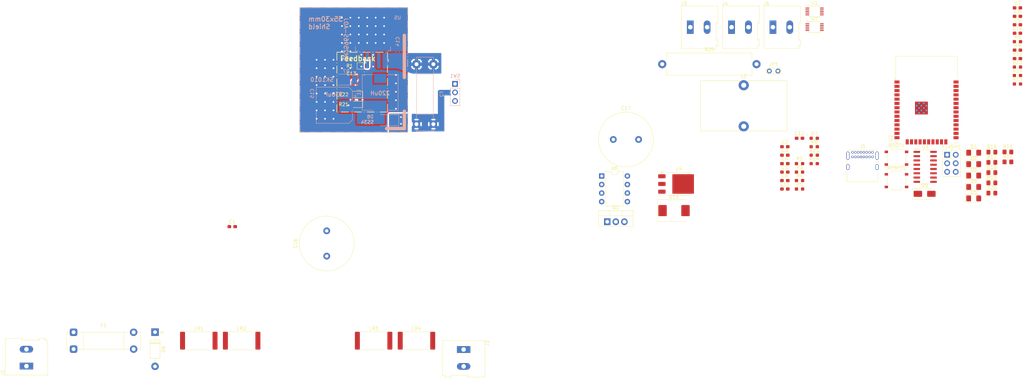
<source format=kicad_pcb>
(kicad_pcb (version 20241229) (generator "pcbnew") (generator_version "9.0")
  (layers (0 "F.Cu" signal) (4 "In1.Cu" signal) (6 "In2.Cu" signal) (2 "B.Cu" signal) (13 "F.Paste" user) (15 "B.Paste" user) (5 "F.SilkS" user "F.Silkscreen") (7 "B.SilkS" user "B.Silkscreen") (1 "F.Mask" user) (3 "B.Mask" user) (25 "Edge.Cuts" user))
  (net 0 "")
  (net 1 "BOOT")
  (net 2 "GND")
  (net 3 "Vin")
  (net 4 "VinterA")
  (net 5 "Vaux")
  (net 6 "VinterB")
  (net 7 "Vout")
  (net 8 "Net-(J5-SHIELD)")
  (net 9 "Net-(U3-V3)")
  (net 10 "+5V")
  (net 11 "+3V3")
  (net 12 "Net-(U5-FB)")
  (net 13 "Net-(D8-A)")
  (net 14 "Net-(U5-VIN)")
  (net 15 "Net-(D10-A)")
  (net 16 "Net-(D1-A)")
  (net 17 "Net-(D2-A)")
  (net 18 "Net-(D3-A)")
  (net 19 "Net-(D4-A)")
  (net 20 "Net-(D5-A)")
  (net 21 "Net-(D7-K)")
  (net 22 "Net-(D9-A)")
  (net 23 "Net-(D10-K)")
  (net 24 "Net-(SW1-B)")
  (net 25 "Rx")
  (net 26 "RST")
  (net 27 "Tx")
  (net 28 "Net-(J3-Pin_2)")
  (net 29 "Net-(J3-Pin_1)")
  (net 30 "D-")
  (net 31 "D+")
  (net 32 "Net-(J5-CC2)")
  (net 33 "Net-(J5-CC1)")
  (net 36 "FETSupply")
  (net 37 "Net-(LR1-Pad2)")
  (net 38 "Net-(LR3-Pad2)")
  (net 39 "IdiffA")
  (net 40 "IdiffB")
  (net 41 "VoltIn")
  (net 42 "OdiffA")
  (net 43 "OdiffB")
  (net 44 "VoltOut")
  (net 45 "Beat")
  (net 46 "Fault")
  (net 47 "Charging")
  (net 48 "MPPT")
  (net 49 "Net-(R23-Pad1)")
  (net 51 "SCL")
  (net 53 "SDA")
  (net 57 "PWM")
  (net 76 "Sx")
  (net 90 "Net-(J1-Pin_2)")
  (footprint "Capacitor_SMD:C_0603_1608Metric_Pad1.08x0.95mm_HandSolder" (layer "F.Cu") (at 257.75 69.325)
    (property "Reference" "C6")
    (property "Value" "0.1u")
  )
  (footprint "Capacitor_THT:C_Radial_D16.0mm_H25.0mm_P7.50mm" (layer "F.Cu") (at 122 91.75 90)
    (property "Reference" "C16")
    (property "Value" "470u")
  )
  (footprint "Diode_SMD:D_SMC" (layer "F.Cu") (at 224.905 78.235)
    (property "Reference" "D10")
    (property "Value" "SK1010")
  )
  (footprint "TerminalBlock:TerminalBlock_Altech_AK300-2_P5.00mm" (layer "F.Cu") (at 229.72 23.825)
    (property "Reference" "J3")
    (property "Value" "Conn_01x02_Pin")
  )
  (footprint "Resistor_SMD:R_0603_1608Metric_Pad0.98x0.95mm_HandSolder" (layer "F.Cu") (at 262.1 71.835)
    (property "Reference" "R5")
    (property "Value" "50R")
  )
  (footprint "LED_SMD:LED_0805_2012Metric_Pad1.15x1.40mm_HandSolder" (layer "F.Cu") (at 130.81 43.815 180)
    (property "Reference" "R22")
    (property "Value" "R")
  )
  (footprint "LED_SMD:LED_1206_3216Metric_Pad1.42x1.75mm_HandSolder" (layer "F.Cu") (at 313.705 64.455)
    (property "Reference" "D2")
    (property "Value" "LED")
  )
  (footprint "RF_Module:ESP32-WROOM-32D" (layer "F.Cu") (at 299.72 48.345)
    (property "Reference" "U2")
    (property "Value" "ESP32-WROOM-32D")
  )
  (footprint "Capacitor_SMD:C_0603_1608Metric_Pad1.08x0.95mm_HandSolder" (layer "F.Cu") (at 262.1 56.775)
    (property "Reference" "C12")
    (property "Value" "0.1u")
  )
  (footprint "TerminalBlock:TerminalBlock_Altech_AK300-2_P5.00mm" (layer "F.Cu") (at 162.56 119.46 -90)
    (property "Reference" "J2")
    (property "Value" "Conn_01x02_Pin")
  )
  (footprint "Capacitor_SMD:C_0603_1608Metric_Pad1.08x0.95mm_HandSolder" (layer "F.Cu") (at 326.67 25.615)
    (property "Reference" "C10")
    (property "Value" "0.1u")
  )
  (footprint "Resistor_SMD:R_0603_1608Metric_Pad0.98x0.95mm_HandSolder" (layer "F.Cu") (at 326.67 35.655)
    (property "Reference" "R13")
    (property "Value" "1k")
  )
  (footprint "Resistor_SMD:R_0603_1608Metric_Pad0.98x0.95mm_HandSolder" (layer "F.Cu") (at 262.1 69.325)
    (property "Reference" "R4")
    (property "Value" "50R")
  )
  (footprint "Package_TO_SOT_SMD:TO-252-3_TabPin2" (layer "F.Cu") (at 226.35 70.34)
    (property "Reference" "U4")
    (property "Value" "LM1117DT-3.3")
  )
  (footprint "LED_SMD:LED_1206_3216Metric_Pad1.42x1.75mm_HandSolder" (layer "F.Cu") (at 313.705 61.065)
    (property "Reference" "D1")
    (property "Value" "LED")
  )
  (footprint "Inductor_THT:L_Toroid_Vertical_L25.4mm_W14.7mm_P12.20mm_Vishay_TJ5_BigPads" (layer "F.Cu") (at 245.56 41.045)
    (property "Reference" "L2")
    (property "Value" "100uH")
  )
  (footprint "LED_SMD:LED_0805_2012Metric_Pad1.15x1.40mm_HandSolder" (layer "F.Cu") (at 319.095 70.01)
    (property "Reference" "R19")
    (property "Value" "220R")
  )
  (footprint "Capacitor_SMD:C_0603_1608Metric_Pad1.08x0.95mm_HandSolder" (layer "F.Cu") (at 326.67 18.085)
    (property "Reference" "C7")
    (property "Value" "C")
  )
  (footprint "Button_Switch_SMD:SW_Push_1P1T_XKB_TS-1187A" (layer "F.Cu") (at 290.82 69.345)
    (property "Reference" "RESET1")
    (property "Value" "SW_Push")
  )
  (footprint "LED_SMD:LED_0805_2012Metric_Pad1.15x1.40mm_HandSolder" (layer "F.Cu") (at 319.095 66.97)
    (property "Reference" "R18")
    (property "Value" "220R")
  )
  (footprint "TerminalBlock:TerminalBlock_Altech_AK300-2_P5.00mm" (layer "F.Cu") (at 254.2 23.825)
    (property "Reference" "J6")
    (property "Value" "Conn_01x02_Pin")
  )
  (footprint "LED_SMD:LED_0805_2012Metric_Pad1.15x1.40mm_HandSolder" (layer "F.Cu") (at 319.095 60.89)
    (property "Reference" "R16")
    (property "Value" "220R")
  )
  (footprint "Connector_PinHeader_2.54mm:PinHeader_2x03_P2.54mm_Vertical" (layer "F.Cu") (at 305.84 61.665)
    (property "Reference" "FLASH1")
    (property "Value" "Conn_01x06_Pin")
  )
  (footprint "Resistor_SMD:R_4020_10251Metric" (layer "F.Cu") (at 135.89 116.84)
    (property "Reference" "LR3")
    (property "Value" "0.1R")
  )
  (footprint "LED_SMD:LED_0805_2012Metric_Pad1.15x1.40mm_HandSolder" (layer "F.Cu") (at 130.81 46.736 180)
    (property "Reference" "R21")
    (property "Value" "3.3k")
  )
  (footprint "Connector_USB:USB_C_Receptacle_GCT_USB4085" (layer "F.Cu") (at 277.77 60.955)
    (property "Reference" "J5")
    (property "Value" "USB_C_Receptacle_USB2.0_16P")
  )
  (footprint "Resistor_SMD:R_0603_1608Metric_Pad0.98x0.95mm_HandSolder" (layer "F.Cu") (at 326.67 28.125)
    (property "Reference" "R6")
    (property "Value" "200k")
  )
  (footprint "Package_SO:TSSOP-10_3x3mm_P0.5mm" (layer "F.Cu") (at 266.56 23.805)
    (property "Reference" "U7")
    (property "Value" "ADS1115IDGS")
  )
  (footprint "TerminalBlock:TerminalBlock_Altech_AK300-2_P5.00mm" (layer "F.Cu") (at 33.02 124.38 90)
    (property "Reference" "J1")
    (property "Value" "Conn_01x02_Pin")
  )
  (footprint "Button_Switch_SMD:SW_Push_1P1T_XKB_TS-1187A" (layer "F.Cu") (at 290.82 62.695)
    (property "Reference" "BOOT1")
    (property "Value" "SW_Push")
  )
  (footprint "Resistor_SMD:R_0603_1608Metric_Pad0.98x0.95mm_HandSolder" (layer "F.Cu") (at 266.45 64.305)
    (property "Reference" "R24")
    (property "Value" "10kR")
  )
  (footprint "Capacitor_SMD:C_0603_1608Metric_Pad1.08x0.95mm_HandSolder" (layer "F.Cu") (at 133.096 37.592 180)
    (property "Reference" "C13")
    (property "Value" "10n")
  )
  (footprint "Capacitor_THT:C_Radial_D16.0mm_H25.0mm_P7.50mm" (layer "F.Cu") (at 206.91 57.145)
    (property "Reference" "C17")
    (property "Value" "470u")
  )
  (footprint "Capacitor_SMD:C_0603_1608Metric_Pad1.08x0.95mm_HandSolder" (layer "F.Cu") (at 257.75 59.285)
    (property "Reference" "C2")
    (property "Value" "0.1u")
  )
  (footprint "Capacitor_SMD:C_0603_1608Metric_Pad1.08x0.95mm_HandSolder" (layer "F.Cu") (at 326.67 33.145)
    (property "Reference" "R10")
    (property "Value" "R")
  )
  (footprint "Capacitor_SMD:C_0603_1608Metric_Pad1.08x0.95mm_HandSolder" (layer "F.Cu") (at 326.67 20.595)
    (property "Reference" "C8")
    (property "Value" "C")
  )
  (footprint "Resistor_SMD:R_0603_1608Metric_Pad0.98x0.95mm_HandSolder" (layer "F.Cu") (at 266.45 56.775)
    (property "Reference" "R7")
    (property "Value" "50R")
  )
  (footprint "Resistor_SMD:R_0805_2012Metric_Pad1.20x1.40mm_HandSolder" (layer "F.Cu") (at 323.84 60.845)
    (property "Reference" "R11")
    (property "Value" "1k")
  )
  (footprint "LED_SMD:LED_0805_2012Metric_Pad1.15x1.40mm_HandSolder" (layer "F.Cu") (at 132.842 35.306)
    (property "Reference" "R1")
    (property "Value" "1k")
  )
  (footprint "Package_SO:SOIC-16_3.9x9.9mm_P1.27mm" (layer "F.Cu") (at 299.32 65.265)
    (property "Reference" "U3")
    (property "Value" "CH340C")
  )
  (footprint "LED_SMD:LED_0805_2012Metric_Pad1.15x1.40mm_HandSolder" (layer "F.Cu") (at 319.095 73.05)
    (property "Reference" "R20")
    (property "Value" "220R")
  )
  (footprint "Resistor_SMD:R_0603_1608Metric_Pad0.98x0.95mm_HandSolder" (layer "F.Cu") (at 326.67 40.675)
    (property "Reference" "R15")
    (property "Value" "1k")
  )
  (footprint "LED_SMD:LED_1206_3216Metric_Pad1.42x1.75mm_HandSolder" (layer "F.Cu") (at 313.705 74.625)
    (property "Reference" "D5")
    (property "Value" "LED")
  )
  (footprint "Package_DIP:DIP-8_W7.62mm" (layer "F.Cu") (at 203.47 67.965)
    (property "Reference" "U6")
    (property "Value" "TC4422")
  )
  (footprint "Resistor_THT:R_Axial_Power_L25.0mm_W6.4mm_P27.94mm" (layer "F.Cu") (at 221.41 34.795)
    (property "Reference" "R25")
    (property "Value" "10R")
  )
  (footprint "Capacitor_SMD:C_0603_1608Metric_Pad1.08x0.95mm_HandSolder" (layer "F.Cu") (at 94 83)
    (property "Reference" "C1")
    (property "Value" "0.1u")
  )
  (footprint "Package_TO_SOT_THT:TO-220-3_Vertical" (layer "F.Cu") (at 205.12 81.555)
    (property "Reference" "Q1")
    (property "Value" "IRL540N")
  )
  (footprint "LED_SMD:LED_1206_3216Metric_Pad1.42x1.75mm_HandSolder" (layer "F.Cu") (at 313.705 67.845)
    (property "Reference" "D3")
    (property "Value" "LED")
  )
  (footprint "Resistor_SMD:R_0603_1608Metric_Pad0.98x0.95mm_HandSolder" (layer "F.Cu") (at 262.1 66.815)
    (property "Reference" "R3")
    (property "Value" "50R")
  )
  (footprint "Resistor_SMD:R_4020_10251Metric" (layer "F.Cu") (at 96.7875 116.84)
    (property "Reference" "LR2")
    (property "Value" "0.1R")
  )
  (footprint "Resistor_SMD:R_0603_1608Metric_Pad0.98x0.95mm_HandSolder" (layer "F.Cu") (at 262.1 64.305)
    (property "Reference" "R2")
    (property "Value" "50R")
  )
  (footprint "LED_SMD:LED_1206_3216Metric_Pad1.42x1.75mm_HandSolder" (layer "F.Cu") (at 313.705 71.235)
    (property "Reference" "D4")
    (property "Value" "LED")
  )
  (footprint "Package_SO:TSSOP-10_3x3mm_P0.5mm" (layer "F.Cu") (at 266.56 19.155)
    (property "Reference" "U1")
    (property "Value" "ADS1115IDGS")
  )
  (footprint "Capacitor_SMD:C_0603_1608Metric_Pad1.08x0.95mm_HandSolder" (layer "F.Cu") (at 257.75 66.815)
    (property "Reference" "C5")
    (property "Value" "0.1u")
  )
  (footprint "Resistor_SMD:R_4020_10251Metric" (layer "F.Cu") (at 148.59 116.84)
    (property "Reference" "LR4")
    (property "Value" "0.1R")
  )
  (footprint "Diode_THT:D_DO-41_SOD81_P10.16mm_Horizontal" (layer "F.Cu") (at 71.12 114.3 -90)
    (property "Reference" "D6")
    (property "Value" "1N4007")
  )
  (footprint "Resistor_SMD:R_0603_1608Metric_Pad0.98x0.95mm_HandSolder" (layer "F.Cu") (at 326.67 38.165)
    (property "Reference" "R14")
    (property "Value" "200k")
  )
  (footprint "Capacitor_SMD:C_0603_1608Metric_Pad1.08x0.95mm_HandSolder" (layer "F.Cu") (at 257.75 71.835)
    (property "Reference" "C11")
    (property "Value" "0.1u")
  )
  (footprint "Resistor_SMD:R_0603_1608Metric_Pad0.98x0.95mm_HandSolder" (layer "F.Cu") (at 266.45 61.795)
    (property "Reference" "R23")
    (property "Value" "10R")
  )
  (footprint "Resistor_SMD:R_0603_1608Metric_Pad0.98x0.95mm_HandSolder" (layer "F.Cu") (at 266.45 59.285)
    (property "Reference" "R8")
    (property "Value" "50R")
  )
  (footprint "Capacitor_SMD:C_0603_1608Metric_Pad1.08x0.95mm_HandSolder" (layer "F.Cu") (at 257.75 61.795)
    (property "Reference" "C3")
    (property "Value" "0.1u")
  )
  (footprint "Capacitor_SMD:C_0603_1608Metric_Pad1.08x0.95mm_HandSolder" (layer "F.Cu") (at 326.67 30.635)
    (property "Reference" "R9")
    (property "Value" "R")
  )
  (footprint "Resistor_SMD:R_0805_2012Metric_Pad1.20x1.40mm_HandSolder" (layer "F.Cu") (at 323.84 63.795)
    (property "Reference" "R12")
    (property "Value" "1k")
  )
  (footprint "Capacitor_SMD:C_0603_1608Metric_Pad1.08x0.95mm_HandSolder" (layer "F.Cu") (at 257.75 64.305)
    (property "Reference" "C4")
    (property "Value" "0.1u")
  )
  (footprint "TestPoint:TestPoint_2Pads_Pitch2.54mm_Drill0.8mm" (layer "F.Cu") (at 253.15 36.835)
    (property "Reference" "JP1")
    (property "Value" "Jumper_2_Bridged")
  )
  (footprint "Capacitor_SMD:C_0603_1608Metric_Pad1.08x0.95mm_HandSolder" (layer "F.Cu") (at 326.67 23.105)
    (property "Reference" "C9")
    (property "Value" "0.1u")
  )
  (footprint "Resistor_SMD:R_4020_10251Metric" (layer "F.Cu") (at 84.0875 116.84)
    (property "Reference" "LR1")
    (property "Value" "0.1R")
  )
  (footprint "TerminalBlock:TerminalBlock_Altech_AK300-2_P5.00mm" (layer "F.Cu") (at 241.96 23.825)
    (property "Reference" "J4")
    (property "Value" "Conn_01x02_Pin")
  )
  (footprint "Fuse:Fuseholder_Clip-5x20mm_Bel_FC-203-22_Lateral_P17.80x5.00mm_D1.17mm_Horizontal" (layer "F.Cu") (at 46.98 114.34)
    (property "Reference" "F1")
    (property "Value" "Fuse")
  )
  (footprint "Diode_SMD:D_SMA" (layer "F.Cu") (at 299.165 73.265)
    (property "Reference" "D9")
    (property "Value" "SS34")
  )
  (footprint "LED_SMD:LED_0805_2012Metric_Pad1.15x1.40mm_HandSolder" (layer "F.Cu") (at 319.095 63.93)
    (property "Reference" "R17")
    (property "Value" "220R")
  )
  (footprint "Diode_SMD:D_MELF" (layer "B.Cu") (at 127.82 39.37 180)
    (property "Reference" "D7")
    (property "Value" "Diode")
  )
  (footprint "Capacitor_SMD:C_0603_1608Metric_Pad1.08x0.95mm_HandSolder" (layer "B.Cu") (at 143.002 31.242 90)
    (property "Reference" "C14")
    (property "Value" "1u")
  )
  (footprint "Inductor_SMD:L_10.4x10.4_H4.8" (layer "B.Cu") (at 137.84 43.18 -90)
    (property "Reference" "L1")
    (property "Value" "220u")
  )
  (footprint "Capacitor_SMD:CP_Elec_10x10.5" (layer "B.Cu") (at 124.26 46.99 180)
    (property "Reference" "C15")
    (property "Value" "330u")
  )
  (footprint "Connector_PinHeader_2.54mm:PinHeader_1x03_P2.54mm_Vertical" (layer "B.Cu") (at 160.02 40.64 180)
    (property "Reference" "SW1")
    (property "Value" "SW_SPDT")
  )
  (footprint "Package_TO_SOT_SMD:TO-263-5_TabPin3" (layer "B.Cu") (at 135.71 26.065 90)
    (property "Reference" "U5")
    (property "Value" "LM2596S-ADJ")
  )
  (footprint "Diode_SMD:D_SMA" (layer "B.Cu") (at 139.84 51.435 180)
    (property "Reference" "D8")
    (property "Value" "SS34")
  )
  (footprint "Fuse:Fuseholder_Clip-5x20mm_Bel_FC-203-22_Lateral_P17.80x5.00mm_D1.17mm_Horizontal" (layer "B.Cu") (at 148.6 34.8 -90)
    (property "Reference" "F2")
    (property "Value" "Fuse")
  )
  (gr_rect (start 125 31.25) (end 140 49) (stroke (width 0.2) (type dash_dot)) (fill no) (layer "F.SilkS"))
  (gr_rect (start 114 18) (end 146 55) (stroke (width 0.2) (type dash_dot)) (fill no) (layer "B.SilkS"))
  (gr_line (start 139.75 53.9) (end 145 53.9) (stroke (width 1)) (layer "B.SilkS"))
  (gr_line (start 145 26.25) (end 145 38.75) (stroke (width 1)) (layer "B.SilkS"))
  (gr_line (start 145 48.75) (end 145 53.9) (stroke (width 1)) (layer "B.SilkS"))
  (gr_text "Feedback" (at 125.8 34 0) (layer "F.SilkS") (effects (font (size 1.5 1.5) (thickness 0.3) (bold yes)) (justify left bottom)))
  (gr_text "35x30mm\nShield" (at 116.4 24.5 0) (layer "B.SilkS") (effects (font (size 1.4 1.4) (thickness 0.25) (bold yes)) (justify right bottom mirror)))
  (gr_text "SK1010" (at 117 40.1 0) (layer "B.SilkS") (effects (font (size 1.2 1.2) (thickness 0.2) (bold yes)) (justify right bottom mirror)))
  (gr_text "SS34" (at 132 52.6 0) (layer "B.SilkS") (effects (font (size 1 1) (thickness 0.2) (bold yes)) (justify right bottom mirror)))
  (gr_text "220uH" (at 134.8 44.1 0) (layer "B.SilkS") (effects (font (size 1.2 1.2) (thickness 0.2) (bold yes)) (justify right bottom mirror)))
  (gr_text "LM2596S-ADJ" (at 127 21 270) (layer "B.SilkS") (effects (font (size 1.2 1.2) (thickness 0.2) (bold yes)) (justify right bottom mirror)))
  (gr_text "330uF" (at 121.2 44.5 0) (layer "B.SilkS") (effects (font (size 1.2 1.2) (thickness 0.2) (bold yes)) (justify right bottom mirror)))
  (via (at 136.5 23.5) (size 1) (drill 0.5) (layers "F.Cu" "B.Cu") (net 2))
  (via (at 119 48.5) (size 1) (drill 0.5) (layers "F.Cu" "B.Cu") (net 2))
  (via (at 139 21) (size 1) (drill 0.5) (layers "F.Cu" "B.Cu") (net 2))
  (via (at 119 33.5) (size 1) (drill 0.5) (layers "F.Cu" "B.Cu") (net 2))
  (via (at 139 26) (size 1) (drill 0.5) (layers "F.Cu" "B.Cu") (net 2))
  (via (at 142.5 38) (size 1) (drill 0.5) (layers "F.Cu" "B.Cu") (net 2))
  (via (at 135.75 32) (size 1) (drill 0.5) (layers "F.Cu" "B.Cu") (net 2))
  (via (at 126.5 26) (size 1) (drill 0.5) (layers "F.Cu" "B.Cu") (net 2))
  (via (at 134 21) (size 1) (drill 0.5) (layers "F.Cu" "B.Cu") (net 2))
  (via (at 134 23.5) (size 1) (drill 0.5) (layers "F.Cu" "B.Cu") (net 2))
  (via (at 121.5 43.5) (size 1) (drill 0.5) (layers "F.Cu" "B.Cu") (net 2))
  (via (at 126.5 36) (size 1) (drill 0.5) (layers "F.Cu" "B.Cu") (net 2))
  (via (at 121.5 38.5) (size 1) (drill 0.5) (layers "F.Cu" "B.Cu") (net 2))
  (via (at 121.5 36) (size 1) (drill 0.5) (layers "F.Cu" "B.Cu") (net 2))
  (via (at 131.5 28.5) (size 1) (drill 0.5) (layers "F.Cu" "B.Cu") (net 2))
  (via (at 124 51) (size 1) (drill 0.5) (layers "F.Cu" "B.Cu") (net 2))
  (via (at 129 31) (size 1) (drill 0.5) (layers "F.Cu" "B.Cu") (net 2))
  (via (at 126.5 28.5) (size 1) (drill 0.5) (layers "F.Cu" "B.Cu") (net 2))
  (via (at 139 23.5) (size 1) (drill 0.5) (layers "F.Cu" "B.Cu") (net 2))
  (via (at 124 46) (size 1) (drill 0.5) (layers "F.Cu" "B.Cu") (net 2))
  (via (at 121.5 46) (size 1) (drill 0.5) (layers "F.Cu" "B.Cu") (net 2))
  (via (at 132.25 35.5) (size 1) (drill 0.5) (layers "F.Cu" "B.Cu") (net 2))
  (via (at 139 28.5) (size 1) (drill 0.5) (layers "F.Cu" "B.Cu") (net 2))
  (via (at 135.75 35.5) (size 1) (drill 0.5) (layers "F.Cu" "B.Cu") (net 2))
  (via (at 119 46) (size 1) (drill 0.5) (layers "F.Cu" "B.Cu") (net 2))
  (via (at 124 38.5) (size 1) (drill 0.5) (layers "F.Cu" "B.Cu") (net 2))
  (via (at 124 43.5) (size 1) (drill 0.5) (layers "F.Cu" "B.Cu") (net 2))
  (via (at 124 48.5) (size 1) (drill 0.5) (layers "F.Cu" "B.Cu") (net 2))
  (via (at 124 36) (size 1) (drill 0.5) (layers "F.Cu" "B.Cu") (net 2))
  (via (at 142.5 40.5) (size 1) (drill 0.5) (layers "F.Cu" "B.Cu") (net 2))
  (via (at 129 28.5) (size 1) (drill 0.5) (layers "F.Cu" "B.Cu") (net 2))
  (via (at 126.5 21) (size 1) (drill 0.5) (layers "F.Cu" "B.Cu") (net 2))
  (via (at 134 28.5) (size 1) (drill 0.5) (layers "F.Cu" "B.Cu") (net 2))
  (via (at 136.5 21) (size 1) (drill 0.5) (layers "F.Cu" "B.Cu") (net 2))
  (via (at 121.5 33.5) (size 1) (drill 0.5) (layers "F.Cu" "B.Cu") (net 2))
  (via (at 136.5 26) (size 1) (drill 0.5) (layers "F.Cu" "B.Cu") (net 2))
  (via (at 142.5 48) (size 1) (drill 0.5) (layers "F.Cu" "B.Cu") (net 2))
  (via (at 126.5 23.5) (size 1) (drill 0.5) (layers "F.Cu" "B.Cu") (net 2))
  (via (at 129 21) (size 1) (drill 0.5) (layers "F.Cu" "B.Cu") (net 2))
  (via (at 132.25 32) (size 1) (drill 0.5) (layers "F.Cu" "B.Cu") (net 2))
  (via (at 136.5 28.5) (size 1) (drill 0.5) (layers "F.Cu" "B.Cu") (net 2))
  (via (at 131.5 26) (size 1) (drill 0.5) (layers "F.Cu" "B.Cu") (net 2))
  (via (at 142.5 45.5) (size 1) (drill 0.5) (layers "F.Cu" "B.Cu") (net 2))
  (via (at 119 41) (size 1) (drill 0.5) (layers "F.Cu" "B.Cu") (net 2))
  (via (at 124 41) (size 1) (drill 0.5) (layers "F.Cu" "B.Cu") (net 2))
  (via (at 126.5 33.5) (size 1) (drill 0.5) (layers "F.Cu" "B.Cu") (net 2))
  (via (at 129 26) (size 1) (drill 0.5) (layers "F.Cu" "B.Cu") (net 2))
  (via (at 121.5 51) (size 1) (drill 0.5) (layers "F.Cu" "B.Cu") (net 2))
  (via (at 129 23.5) (size 1) (drill 0.5) (layers "F.Cu" "B.Cu") (net 2))
  (via (at 126.5 31) (size 1) (drill 0.5) (layers "F.Cu" "B.Cu") (net 2))
  (via (at 119 51) (size 1) (drill 0.5) (layers "F.Cu" "B.Cu") (net 2))
  (via (at 119 38.5) (size 1) (drill 0.5) (layers "F.Cu" "B.Cu") (net 2))
  (via (at 131.5 23.5) (size 1) (drill 0.5) (layers "F.Cu" "B.Cu") (net 2))
  (via (at 119 36) (size 1) (drill 0.5) (layers "F.Cu" "B.Cu") (net 2))
  (via (at 129 33.5) (size 1) (drill 0.5) (layers "F.Cu" "B.Cu") (net 2))
  (via (at 119 43.5) (size 1) (drill 0.5) (layers "F.Cu" "B.Cu") (net 2))
  (via (at 121.5 48.5) (size 1) (drill 0.5) (layers "F.Cu" "B.Cu") (net 2))
  (via (at 129 36) (size 1) (drill 0.5) (layers "F.Cu" "B.Cu") (net 2))
  (via (at 142.5 43) (size 1) (drill 0.5) (layers "F.Cu" "B.Cu") (net 2))
  (via (at 124 33.5) (size 1) (drill 0.5) (layers "F.Cu" "B.Cu") (net 2))
  (via (at 121.5 41) (size 1) (drill 0.5) (layers "F.Cu" "B.Cu") (net 2))
  (via (at 134 26) (size 1) (drill 0.5) (layers "F.Cu" "B.Cu") (net 2))
  (via (at 131.5 21) (size 1) (drill 0.5) (layers "F.Cu" "B.Cu") (net 2))
  (via (at 144 50.5) (size 1) (drill 0.5) (layers "F.Cu" "B.Cu") (net 10))
  (via (at 144 52.5) (size 1) (drill 0.5) (layers "F.Cu" "B.Cu") (net 10))
  (segment (start 133.9585 37.592) (end 133.9585 41.6915) (width 1) (layer "F.Cu") (net 12))
  (segment (start 131.835 46.736) (end 131.835 43.815) (width 1) (layer "F.Cu") (net 12))
  (segment (start 133.9585 41.6915) (end 131.835 43.815) (width 1) (layer "F.Cu") (net 12))
  (segment (start 134.01 33.715) (end 134.01 35.163) (width 1) (layer "F.Cu") (net 12))
  (segment (start 134.01 35.163) (end 133.867 35.306) (width 1) (layer "F.Cu") (net 12))
  (via (at 134.01 33.715) (size 1) (drill 0.5) (layers "F.Cu" "B.Cu") (net 12))
  (segment (start 129.531 46.99) (end 129.785 46.736) (width 1) (layer "F.Cu") (net 13))
  (segment (start 129.785 46.736) (end 129.785 43.815) (width 1) (layer "F.Cu") (net 13))
  (segment (start 128.46 46.99) (end 129.531 46.99) (width 1) (layer "F.Cu") (net 13))
  (segment (start 129.785 40.0405) (end 132.2335 37.592) (width 1) (layer "F.Cu") (net 13))
  (segment (start 129.785 43.815) (end 129.785 40.0405) (width 1) (layer "F.Cu") (net 13))
  (via (at 128.46 46.99) (size 1) (drill 0.5) (layers "F.Cu" "B.Cu") (net 13))
  (zone (net 10) (net_name "+5V") (layers "F.Cu" "B.Cu") (priority 20) (connect_pads thru_hole_only (clearance 0.5)) (min_thickness 0.25) (fill yes (thermal_gap 0.5) (thermal_bridge_width 1) (island_removal_mode 1) (island_area_min 10))
    (polygon (pts (xy 146 49.5) (xy 140.5 49.5) (xy 140.5 55) (xy 146 55)))
  )
  (zone (net 2) (net_name "GND") (layers "F.Cu" "B.Cu" "In1.Cu" "In2.Cu") (priority 2) (connect_pads thru_hole_only (clearance 0.5)) (min_thickness 0.25) (fill yes (thermal_gap 0.5) (thermal_bridge_width 1) (island_removal_mode 1) (island_area_min 10))
    (polygon (pts (xy 114 18) (xy 146 18) (xy 146 55) (xy 114 55)))
  )
  (zone (net 13) (net_name "Net-(D8-A)") (layer "B.Cu") (priority 12) (connect_pads thru_hole_only (clearance 0.5)) (min_thickness 0.25) (fill yes (thermal_gap 0.5) (thermal_bridge_width 1) (island_removal_mode 1) (island_area_min 10))
    (polygon (pts (xy 139.192 52.578) (xy 139.192 49.53) (xy 139.7 49.149) (xy 139.7 45.593) (xy 125.73 45.593) (xy 125.73 49.022) (xy 130.937 49.022) (xy 130.937 52.578) (xy 139.065 52.578)))
  )
  (zone (net 14) (net_name "Net-(U5-VIN)") (layer "B.Cu") (priority 6) (connect_pads thru_hole_only (clearance 0.5)) (min_thickness 0.25) (fill yes (thermal_gap 0.5) (thermal_bridge_width 1) (island_removal_mode 1) (island_area_min 10))
    (polygon (pts (xy 147.32 37.592) (xy 142.748 36.068) (xy 138.684 36.068) (xy 138.684 31.496) (xy 155.956 31.496) (xy 155.956 37.592)))
  )
  (zone (net 21) (net_name "Net-(D7-K)") (layer "B.Cu") (priority 1) (connect_pads thru_hole_only (clearance 0.5)) (min_thickness 0.25) (fill yes (thermal_gap 0.5) (thermal_bridge_width 1) (island_removal_mode 1) (island_area_min 10))
    (polygon (pts (xy 137.922 31.496) (xy 136.906 31.496) (xy 136.906 36.322) (xy 136.652 37.592) (xy 129.159 37.592) (xy 129.159 41.021) (xy 139.7 41.021) (xy 139.7 37.592) (xy 138.049 37.592) (xy 137.922 36.322)))
  )
  (zone (net 24) (net_name "Net-(SW1-B)") (layer "B.Cu") (priority 3) (connect_pads thru_hole_only (clearance 0.5)) (min_thickness 0.25) (fill yes (thermal_gap 0.5) (thermal_bridge_width 1) (island_removal_mode 1) (island_area_min 10))
    (polygon (pts (xy 161.417 42.418) (xy 155.448 42.418) (xy 154.94 42.672) (xy 154.94 49.53) (xy 147.193 49.53) (xy 147.193 54.864) (xy 154.94 54.737) (xy 154.94 54.737) (xy 156.845 54.737) (xy 156.845 44.069) (xy 161.29 44.069)))
  )
)
</source>
